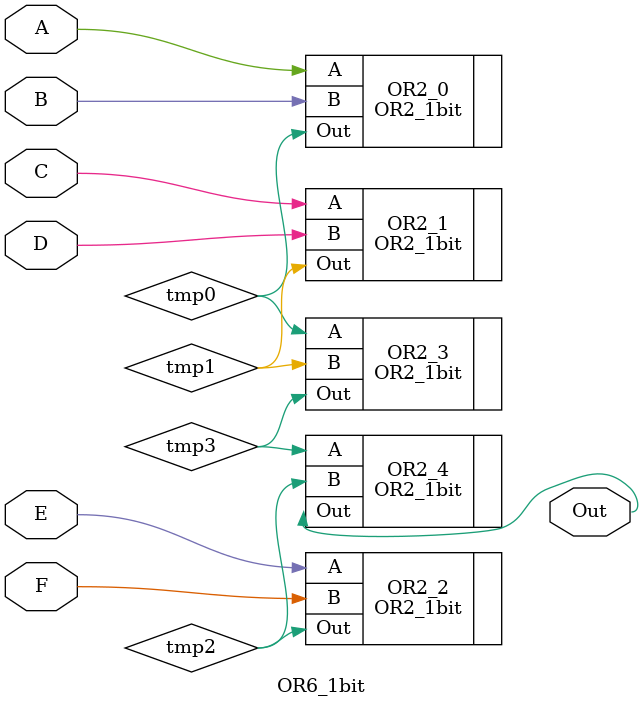
<source format=v>
module OR6_1bit(A, B, C, D, E, F, Out);

input A, B, C, D, E, F;
output Out;

wire tmp0, tmp1, tmp2, tmp3;

OR2_1bit OR2_0(.A(A), .B(B), .Out(tmp0));
OR2_1bit OR2_1(.A(C), .B(D), .Out(tmp1));
OR2_1bit OR2_2(.A(E), .B(F), .Out(tmp2));
OR2_1bit OR2_3(.A(tmp0), .B(tmp1), .Out(tmp3));
OR2_1bit OR2_4(.A(tmp3), .B(tmp2), .Out(Out));

endmodule

</source>
